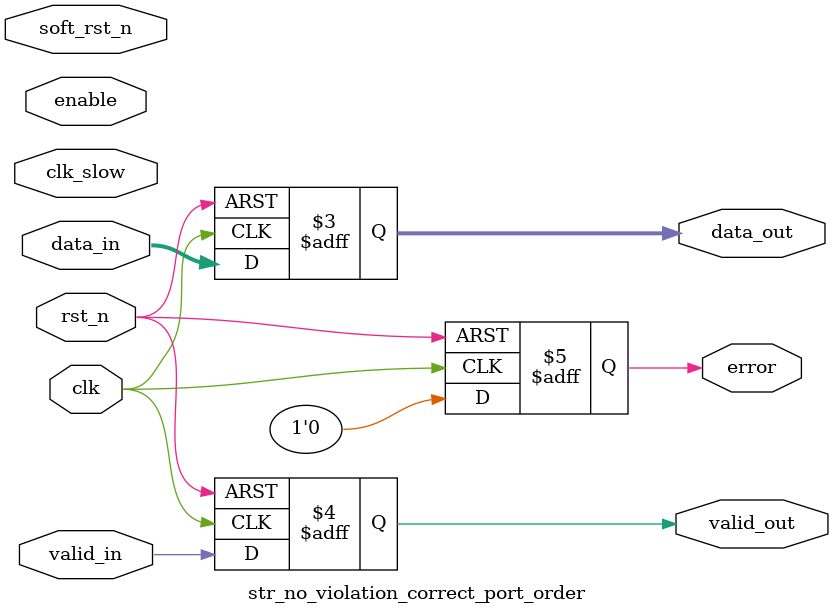
<source format=sv>

module str_no_violation_correct_port_order (
  // 1. Clock signals first
  input wire clk,
  input wire clk_slow,
  
  // 2. Reset signals second
  input wire rst_n,
  input wire soft_rst_n,
  
  // 3. Input signals third
  input wire [7:0] data_in,
  input wire valid_in,
  input wire enable,
  
  // 4. Output signals last
  output logic [7:0] data_out,
  output logic valid_out,
  output logic error
);

  always_ff @(posedge clk or negedge rst_n) begin
    if (!rst_n) begin
      data_out <= 8'h00;
      valid_out <= 1'b0;
      error <= 1'b0;
    end else begin
      data_out <= data_in;
      valid_out <= valid_in;
      error <= 1'b0;
    end
  end

endmodule


</source>
